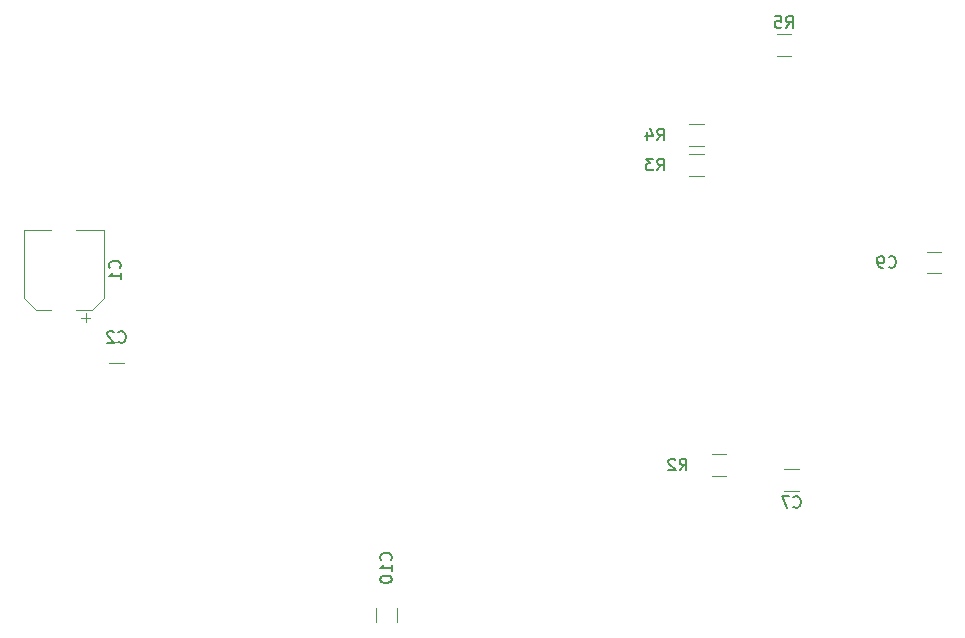
<source format=gbr>
G04 #@! TF.GenerationSoftware,KiCad,Pcbnew,5.1.5-52549c5~84~ubuntu18.04.1*
G04 #@! TF.CreationDate,2020-03-18T13:31:03+01:00*
G04 #@! TF.ProjectId,pcb_loadcell-dev,7063625f-6c6f-4616-9463-656c6c2d6465,rev?*
G04 #@! TF.SameCoordinates,Original*
G04 #@! TF.FileFunction,Legend,Bot*
G04 #@! TF.FilePolarity,Positive*
%FSLAX46Y46*%
G04 Gerber Fmt 4.6, Leading zero omitted, Abs format (unit mm)*
G04 Created by KiCad (PCBNEW 5.1.5-52549c5~84~ubuntu18.04.1) date 2020-03-18 13:31:03*
%MOMM*%
%LPD*%
G04 APERTURE LIST*
%ADD10C,0.120000*%
%ADD11C,0.150000*%
G04 APERTURE END LIST*
D10*
X57486250Y-136123750D02*
X56698750Y-136123750D01*
X57092500Y-136517500D02*
X57092500Y-135730000D01*
X52899437Y-135490000D02*
X51835000Y-134425563D01*
X57590563Y-135490000D02*
X58655000Y-134425563D01*
X57590563Y-135490000D02*
X56305000Y-135490000D01*
X52899437Y-135490000D02*
X54185000Y-135490000D01*
X51835000Y-134425563D02*
X51835000Y-128670000D01*
X58655000Y-134425563D02*
X58655000Y-128670000D01*
X58655000Y-128670000D02*
X56305000Y-128670000D01*
X51835000Y-128670000D02*
X54185000Y-128670000D01*
X59087936Y-138155000D02*
X60292064Y-138155000D01*
X59087936Y-139975000D02*
X60292064Y-139975000D01*
X117442064Y-148950000D02*
X116237936Y-148950000D01*
X117442064Y-150770000D02*
X116237936Y-150770000D01*
X129507064Y-132355000D02*
X128302936Y-132355000D01*
X129507064Y-130535000D02*
X128302936Y-130535000D01*
X81640000Y-161892064D02*
X81640000Y-160687936D01*
X83460000Y-161892064D02*
X83460000Y-160687936D01*
X111309564Y-147680000D02*
X110105436Y-147680000D01*
X111309564Y-149500000D02*
X110105436Y-149500000D01*
X109404564Y-124100000D02*
X108200436Y-124100000D01*
X109404564Y-122280000D02*
X108200436Y-122280000D01*
X108200436Y-121560000D02*
X109404564Y-121560000D01*
X108200436Y-119740000D02*
X109404564Y-119740000D01*
X115602936Y-112120000D02*
X116807064Y-112120000D01*
X115602936Y-113940000D02*
X116807064Y-113940000D01*
D11*
X59952142Y-131913333D02*
X59999761Y-131865714D01*
X60047380Y-131722857D01*
X60047380Y-131627619D01*
X59999761Y-131484761D01*
X59904523Y-131389523D01*
X59809285Y-131341904D01*
X59618809Y-131294285D01*
X59475952Y-131294285D01*
X59285476Y-131341904D01*
X59190238Y-131389523D01*
X59095000Y-131484761D01*
X59047380Y-131627619D01*
X59047380Y-131722857D01*
X59095000Y-131865714D01*
X59142619Y-131913333D01*
X60047380Y-132865714D02*
X60047380Y-132294285D01*
X60047380Y-132580000D02*
X59047380Y-132580000D01*
X59190238Y-132484761D01*
X59285476Y-132389523D01*
X59333095Y-132294285D01*
X59856666Y-138152142D02*
X59904285Y-138199761D01*
X60047142Y-138247380D01*
X60142380Y-138247380D01*
X60285238Y-138199761D01*
X60380476Y-138104523D01*
X60428095Y-138009285D01*
X60475714Y-137818809D01*
X60475714Y-137675952D01*
X60428095Y-137485476D01*
X60380476Y-137390238D01*
X60285238Y-137295000D01*
X60142380Y-137247380D01*
X60047142Y-137247380D01*
X59904285Y-137295000D01*
X59856666Y-137342619D01*
X59475714Y-137342619D02*
X59428095Y-137295000D01*
X59332857Y-137247380D01*
X59094761Y-137247380D01*
X58999523Y-137295000D01*
X58951904Y-137342619D01*
X58904285Y-137437857D01*
X58904285Y-137533095D01*
X58951904Y-137675952D01*
X59523333Y-138247380D01*
X58904285Y-138247380D01*
X117006666Y-152122142D02*
X117054285Y-152169761D01*
X117197142Y-152217380D01*
X117292380Y-152217380D01*
X117435238Y-152169761D01*
X117530476Y-152074523D01*
X117578095Y-151979285D01*
X117625714Y-151788809D01*
X117625714Y-151645952D01*
X117578095Y-151455476D01*
X117530476Y-151360238D01*
X117435238Y-151265000D01*
X117292380Y-151217380D01*
X117197142Y-151217380D01*
X117054285Y-151265000D01*
X117006666Y-151312619D01*
X116673333Y-151217380D02*
X116006666Y-151217380D01*
X116435238Y-152217380D01*
X125071666Y-131802142D02*
X125119285Y-131849761D01*
X125262142Y-131897380D01*
X125357380Y-131897380D01*
X125500238Y-131849761D01*
X125595476Y-131754523D01*
X125643095Y-131659285D01*
X125690714Y-131468809D01*
X125690714Y-131325952D01*
X125643095Y-131135476D01*
X125595476Y-131040238D01*
X125500238Y-130945000D01*
X125357380Y-130897380D01*
X125262142Y-130897380D01*
X125119285Y-130945000D01*
X125071666Y-130992619D01*
X124595476Y-131897380D02*
X124405000Y-131897380D01*
X124309761Y-131849761D01*
X124262142Y-131802142D01*
X124166904Y-131659285D01*
X124119285Y-131468809D01*
X124119285Y-131087857D01*
X124166904Y-130992619D01*
X124214523Y-130945000D01*
X124309761Y-130897380D01*
X124500238Y-130897380D01*
X124595476Y-130945000D01*
X124643095Y-130992619D01*
X124690714Y-131087857D01*
X124690714Y-131325952D01*
X124643095Y-131421190D01*
X124595476Y-131468809D01*
X124500238Y-131516428D01*
X124309761Y-131516428D01*
X124214523Y-131468809D01*
X124166904Y-131421190D01*
X124119285Y-131325952D01*
X82907142Y-156647142D02*
X82954761Y-156599523D01*
X83002380Y-156456666D01*
X83002380Y-156361428D01*
X82954761Y-156218571D01*
X82859523Y-156123333D01*
X82764285Y-156075714D01*
X82573809Y-156028095D01*
X82430952Y-156028095D01*
X82240476Y-156075714D01*
X82145238Y-156123333D01*
X82050000Y-156218571D01*
X82002380Y-156361428D01*
X82002380Y-156456666D01*
X82050000Y-156599523D01*
X82097619Y-156647142D01*
X83002380Y-157599523D02*
X83002380Y-157028095D01*
X83002380Y-157313809D02*
X82002380Y-157313809D01*
X82145238Y-157218571D01*
X82240476Y-157123333D01*
X82288095Y-157028095D01*
X82002380Y-158218571D02*
X82002380Y-158313809D01*
X82050000Y-158409047D01*
X82097619Y-158456666D01*
X82192857Y-158504285D01*
X82383333Y-158551904D01*
X82621428Y-158551904D01*
X82811904Y-158504285D01*
X82907142Y-158456666D01*
X82954761Y-158409047D01*
X83002380Y-158313809D01*
X83002380Y-158218571D01*
X82954761Y-158123333D01*
X82907142Y-158075714D01*
X82811904Y-158028095D01*
X82621428Y-157980476D01*
X82383333Y-157980476D01*
X82192857Y-158028095D01*
X82097619Y-158075714D01*
X82050000Y-158123333D01*
X82002380Y-158218571D01*
X107374166Y-149042380D02*
X107707500Y-148566190D01*
X107945595Y-149042380D02*
X107945595Y-148042380D01*
X107564642Y-148042380D01*
X107469404Y-148090000D01*
X107421785Y-148137619D01*
X107374166Y-148232857D01*
X107374166Y-148375714D01*
X107421785Y-148470952D01*
X107469404Y-148518571D01*
X107564642Y-148566190D01*
X107945595Y-148566190D01*
X106993214Y-148137619D02*
X106945595Y-148090000D01*
X106850357Y-148042380D01*
X106612261Y-148042380D01*
X106517023Y-148090000D01*
X106469404Y-148137619D01*
X106421785Y-148232857D01*
X106421785Y-148328095D01*
X106469404Y-148470952D01*
X107040833Y-149042380D01*
X106421785Y-149042380D01*
X105469166Y-123642380D02*
X105802500Y-123166190D01*
X106040595Y-123642380D02*
X106040595Y-122642380D01*
X105659642Y-122642380D01*
X105564404Y-122690000D01*
X105516785Y-122737619D01*
X105469166Y-122832857D01*
X105469166Y-122975714D01*
X105516785Y-123070952D01*
X105564404Y-123118571D01*
X105659642Y-123166190D01*
X106040595Y-123166190D01*
X105135833Y-122642380D02*
X104516785Y-122642380D01*
X104850119Y-123023333D01*
X104707261Y-123023333D01*
X104612023Y-123070952D01*
X104564404Y-123118571D01*
X104516785Y-123213809D01*
X104516785Y-123451904D01*
X104564404Y-123547142D01*
X104612023Y-123594761D01*
X104707261Y-123642380D01*
X104992976Y-123642380D01*
X105088214Y-123594761D01*
X105135833Y-123547142D01*
X105469166Y-121102380D02*
X105802500Y-120626190D01*
X106040595Y-121102380D02*
X106040595Y-120102380D01*
X105659642Y-120102380D01*
X105564404Y-120150000D01*
X105516785Y-120197619D01*
X105469166Y-120292857D01*
X105469166Y-120435714D01*
X105516785Y-120530952D01*
X105564404Y-120578571D01*
X105659642Y-120626190D01*
X106040595Y-120626190D01*
X104612023Y-120435714D02*
X104612023Y-121102380D01*
X104850119Y-120054761D02*
X105088214Y-120769047D01*
X104469166Y-120769047D01*
X116371666Y-111577380D02*
X116705000Y-111101190D01*
X116943095Y-111577380D02*
X116943095Y-110577380D01*
X116562142Y-110577380D01*
X116466904Y-110625000D01*
X116419285Y-110672619D01*
X116371666Y-110767857D01*
X116371666Y-110910714D01*
X116419285Y-111005952D01*
X116466904Y-111053571D01*
X116562142Y-111101190D01*
X116943095Y-111101190D01*
X115466904Y-110577380D02*
X115943095Y-110577380D01*
X115990714Y-111053571D01*
X115943095Y-111005952D01*
X115847857Y-110958333D01*
X115609761Y-110958333D01*
X115514523Y-111005952D01*
X115466904Y-111053571D01*
X115419285Y-111148809D01*
X115419285Y-111386904D01*
X115466904Y-111482142D01*
X115514523Y-111529761D01*
X115609761Y-111577380D01*
X115847857Y-111577380D01*
X115943095Y-111529761D01*
X115990714Y-111482142D01*
M02*

</source>
